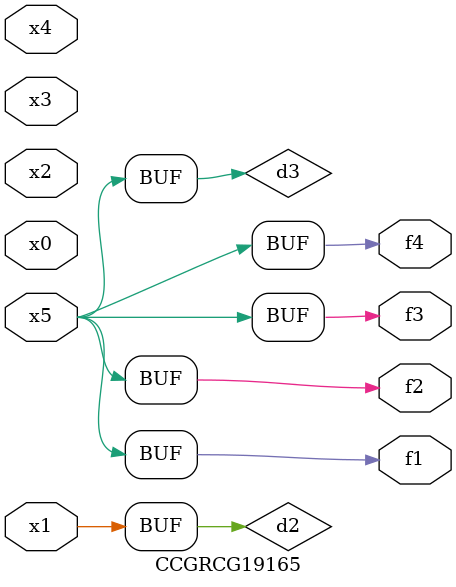
<source format=v>
module CCGRCG19165(
	input x0, x1, x2, x3, x4, x5,
	output f1, f2, f3, f4
);

	wire d1, d2, d3;

	not (d1, x5);
	or (d2, x1);
	xnor (d3, d1);
	assign f1 = d3;
	assign f2 = d3;
	assign f3 = d3;
	assign f4 = d3;
endmodule

</source>
